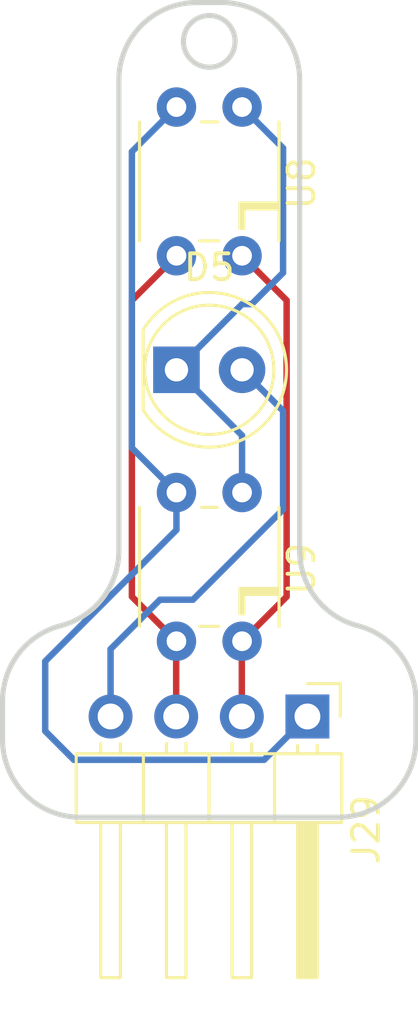
<source format=kicad_pcb>
(kicad_pcb (version 20221018) (generator pcbnew)
  (layers (0 "F.Cu" signal) (31 "B.Cu" signal) (34 "B.Paste" user) (35 "F.Paste" user) (36 "B.SilkS" user "B.Silkscreen") (37 "F.SilkS" user "F.Silkscreen") (38 "B.Mask" user) (39 "F.Mask" user) (44 "Edge.Cuts" user))
  (net 0 "")
  (net 1 "K2(-)")
  (net 2 "LED2")
  (net 3 "+5V")
  (net 4 "GND")
  (net 5 "D5")
  (footprint "_Others:S4282-51" (layer "F.Cu") (at 152.4 81.615 -90)
    (fp_text reference "U8" (at 0.075 -3.575 90) (layer "F.SilkS"))
    (fp_text value "Line_sennsor")
    (fp_line (start -2.3 -0.325) (end -2.3 0.3) (stroke (width 0.12)) (layer "F.SilkS"))
    (fp_line (start -2.3 2.7) (end 2.3 2.7) (stroke (width 0.12)) (layer "F.SilkS"))
    (fp_line (start 0 -2.7) (end -2.3 -2.7) (stroke (width 0.12)) (layer "F.SilkS"))
    (fp_line (start 2.3 -2.7) (end 0 -2.7) (stroke (width 0.12)) (layer "F.SilkS"))
    (fp_line (start 2.3 -0.375) (end 2.3 0.375) (stroke (width 0.12)) (layer "F.SilkS"))
    (fp_poly (pts (xy 1.075 -1.175) (xy 0.825 -1.175) (xy 0.825 -2.7) (xy 1.075 -2.7)) (stroke (width 0.1)) (fill solid) (layer "F.SilkS"))
    (fp_poly (pts (xy 1.825 -1.175) (xy 0.825 -1.175) (xy 0.825 -1.35) (xy 1.825 -1.35)) (stroke (width 0.1)) (fill solid) (layer "F.SilkS"))
    (pad "1" thru_hole circle (at -2.875 -1.27 270) (size 1.524 1.524) (drill 0.762) (layers "*.Cu" "*.Mask") (net 1 "K2(-)"))
    (pad "2" thru_hole circle (at -2.875 1.27 270) (size 1.524 1.524) (drill 0.762) (layers "*.Cu" "*.Mask") (net 3 "+5V"))
    (pad "3" thru_hole circle (at 2.875 1.27 270) (size 1.524 1.524) (drill 0.762) (layers "*.Cu" "*.Mask") (net 5 "D5"))
    (pad "4" thru_hole circle (at 2.875 -1.27 270) (size 1.524 1.524) (drill 0.762) (layers "*.Cu" "*.Mask") (net 4 "GND"))
  )
  (footprint "_Others:S4282-51" (layer "F.Cu") (at 152.4 96.52 -90)
    (fp_text reference "U9" (at 0.075 -3.575 90) (layer "F.SilkS"))
    (fp_text value "Line_sennsor")
    (fp_line (start -2.3 -0.325) (end -2.3 0.3) (stroke (width 0.12)) (layer "F.SilkS"))
    (fp_line (start -2.3 2.7) (end 2.3 2.7) (stroke (width 0.12)) (layer "F.SilkS"))
    (fp_line (start 0 -2.7) (end -2.3 -2.7) (stroke (width 0.12)) (layer "F.SilkS"))
    (fp_line (start 2.3 -2.7) (end 0 -2.7) (stroke (width 0.12)) (layer "F.SilkS"))
    (fp_line (start 2.3 -0.375) (end 2.3 0.375) (stroke (width 0.12)) (layer "F.SilkS"))
    (fp_poly (pts (xy 1.075 -1.175) (xy 0.825 -1.175) (xy 0.825 -2.7) (xy 1.075 -2.7)) (stroke (width 0.1)) (fill solid) (layer "F.SilkS"))
    (fp_poly (pts (xy 1.825 -1.175) (xy 0.825 -1.175) (xy 0.825 -1.35) (xy 1.825 -1.35)) (stroke (width 0.1)) (fill solid) (layer "F.SilkS"))
    (pad "1" thru_hole circle (at -2.875 -1.27 270) (size 1.524 1.524) (drill 0.762) (layers "*.Cu" "*.Mask") (net 1 "K2(-)"))
    (pad "2" thru_hole circle (at -2.875 1.27 270) (size 1.524 1.524) (drill 0.762) (layers "*.Cu" "*.Mask") (net 3 "+5V"))
    (pad "3" thru_hole circle (at 2.875 1.27 270) (size 1.524 1.524) (drill 0.762) (layers "*.Cu" "*.Mask") (net 5 "D5"))
    (pad "4" thru_hole circle (at 2.875 -1.27 270) (size 1.524 1.524) (drill 0.762) (layers "*.Cu" "*.Mask") (net 4 "GND"))
  )
  (footprint "LED_THT:LED_D5.0mm_Clear" (layer "F.Cu") (at 151.13 88.9)
    (fp_text reference "D5" (at 1.27 -3.96) (layer "F.SilkS"))
    (fp_text value "LED")
    (fp_line (start -1.29 -1.545) (end -1.29 1.545) (stroke (width 0.12)) (layer "F.SilkS"))
    (fp_arc (start -1.29 -1.54483) (mid 2.072002 -2.880433) (end 4.26 0.000462) (stroke (width 0.12)) (layer "F.SilkS"))
    (fp_arc (start 4.26 -0.000462) (mid 2.072002 2.880433) (end -1.29 1.54483) (stroke (width 0.12)) (layer "F.SilkS"))
    (fp_circle (center 1.27 0) (end 3.77 0) (stroke (width 0.12)) (fill none) (layer "F.SilkS"))
    (pad "1" thru_hole rect (at 0 0) (size 1.8 1.8) (drill 0.9) (layers "*.Cu" "*.Mask") (net 1 "K2(-)"))
    (pad "2" thru_hole circle (at 2.54 0) (size 1.8 1.8) (drill 0.9) (layers "*.Cu" "*.Mask") (net 2 "LED2"))
  )
  (footprint "Connector_PinHeader_2.54mm:PinHeader_1x04_P2.54mm_Horizontal" (layer "F.Cu") (at 156.2 102.305 -90)
    (fp_text reference "J29" (at 4.385 -2.27 90) (layer "F.SilkS"))
    (fp_text value "Conn_01x04_Socket")
    (fp_line (start -1.27 -1.27) (end 0 -1.27) (stroke (width 0.12)) (layer "F.SilkS"))
    (fp_line (start -1.27 0) (end -1.27 -1.27) (stroke (width 0.12)) (layer "F.SilkS"))
    (fp_line (start 1.042929 2.16) (end 1.44 2.16) (stroke (width 0.12)) (layer "F.SilkS"))
    (fp_line (start 1.042929 2.92) (end 1.44 2.92) (stroke (width 0.12)) (layer "F.SilkS"))
    (fp_line (start 1.042929 4.7) (end 1.44 4.7) (stroke (width 0.12)) (layer "F.SilkS"))
    (fp_line (start 1.042929 5.46) (end 1.44 5.46) (stroke (width 0.12)) (layer "F.SilkS"))
    (fp_line (start 1.042929 7.24) (end 1.44 7.24) (stroke (width 0.12)) (layer "F.SilkS"))
    (fp_line (start 1.042929 8) (end 1.44 8) (stroke (width 0.12)) (layer "F.SilkS"))
    (fp_line (start 1.11 -0.38) (end 1.44 -0.38) (stroke (width 0.12)) (layer "F.SilkS"))
    (fp_line (start 1.11 0.38) (end 1.44 0.38) (stroke (width 0.12)) (layer "F.SilkS"))
    (fp_line (start 1.44 -1.33) (end 1.44 8.95) (stroke (width 0.12)) (layer "F.SilkS"))
    (fp_line (start 1.44 1.27) (end 4.1 1.27) (stroke (width 0.12)) (layer "F.SilkS"))
    (fp_line (start 1.44 3.81) (end 4.1 3.81) (stroke (width 0.12)) (layer "F.SilkS"))
    (fp_line (start 1.44 6.35) (end 4.1 6.35) (stroke (width 0.12)) (layer "F.SilkS"))
    (fp_line (start 1.44 8.95) (end 4.1 8.95) (stroke (width 0.12)) (layer "F.SilkS"))
    (fp_line (start 4.1 -1.33) (end 1.44 -1.33) (stroke (width 0.12)) (layer "F.SilkS"))
    (fp_line (start 4.1 -0.38) (end 10.1 -0.38) (stroke (width 0.12)) (layer "F.SilkS"))
    (fp_line (start 4.1 -0.32) (end 10.1 -0.32) (stroke (width 0.12)) (layer "F.SilkS"))
    (fp_line (start 4.1 -0.2) (end 10.1 -0.2) (stroke (width 0.12)) (layer "F.SilkS"))
    (fp_line (start 4.1 -0.08) (end 10.1 -0.08) (stroke (width 0.12)) (layer "F.SilkS"))
    (fp_line (start 4.1 0.04) (end 10.1 0.04) (stroke (width 0.12)) (layer "F.SilkS"))
    (fp_line (start 4.1 0.16) (end 10.1 0.16) (stroke (width 0.12)) (layer "F.SilkS"))
    (fp_line (start 4.1 0.28) (end 10.1 0.28) (stroke (width 0.12)) (layer "F.SilkS"))
    (fp_line (start 4.1 2.16) (end 10.1 2.16) (stroke (width 0.12)) (layer "F.SilkS"))
    (fp_line (start 4.1 4.7) (end 10.1 4.7) (stroke (width 0.12)) (layer "F.SilkS"))
    (fp_line (start 4.1 7.24) (end 10.1 7.24) (stroke (width 0.12)) (layer "F.SilkS"))
    (fp_line (start 4.1 8.95) (end 4.1 -1.33) (stroke (width 0.12)) (layer "F.SilkS"))
    (fp_line (start 10.1 -0.38) (end 10.1 0.38) (stroke (width 0.12)) (layer "F.SilkS"))
    (fp_line (start 10.1 0.38) (end 4.1 0.38) (stroke (width 0.12)) (layer "F.SilkS"))
    (fp_line (start 10.1 2.16) (end 10.1 2.92) (stroke (width 0.12)) (layer "F.SilkS"))
    (fp_line (start 10.1 2.92) (end 4.1 2.92) (stroke (width 0.12)) (layer "F.SilkS"))
    (fp_line (start 10.1 4.7) (end 10.1 5.46) (stroke (width 0.12)) (layer "F.SilkS"))
    (fp_line (start 10.1 5.46) (end 4.1 5.46) (stroke (width 0.12)) (layer "F.SilkS"))
    (fp_line (start 10.1 7.24) (end 10.1 8) (stroke (width 0.12)) (layer "F.SilkS"))
    (fp_line (start 10.1 8) (end 4.1 8) (stroke (width 0.12)) (layer "F.SilkS"))
    (pad "1" thru_hole rect (at 0 0 270) (size 1.7 1.7) (drill 1) (layers "*.Cu" "*.Mask") (net 3 "+5V"))
    (pad "2" thru_hole oval (at 0 2.54 270) (size 1.7 1.7) (drill 1) (layers "*.Cu" "*.Mask") (net 4 "GND"))
    (pad "3" thru_hole oval (at 0 5.08 270) (size 1.7 1.7) (drill 1) (layers "*.Cu" "*.Mask") (net 5 "D5"))
    (pad "4" thru_hole oval (at 0 7.62 270) (size 1.7 1.7) (drill 1) (layers "*.Cu" "*.Mask") (net 2 "LED2"))
  )
  (gr_line (start 148.9 77.7) (end 148.9 95.890525) (stroke (width 0.2)) (layer "Edge.Cuts"))
  (gr_arc (start 152.9 74.7) (mid 155.02132 75.57868) (end 155.9 77.7) (stroke (width 0.2)) (layer "Edge.Cuts"))
  (gr_line (start 144.4 101.7) (end 144.4 103.200001) (stroke (width 0.2)) (layer "Edge.Cuts"))
  (gr_arc (start 148.9 95.890525) (mid 148.271707 97.72764) (end 146.65 98.795263) (stroke (width 0.2)) (layer "Edge.Cuts"))
  (gr_line (start 152.9 74.7) (end 151.9 74.7) (stroke (width 0.2)) (layer "Edge.Cuts"))
  (gr_arc (start 144.4 101.7) (mid 145.028292 99.862883) (end 146.65 98.795263) (stroke (width 0.2)) (layer "Edge.Cuts"))
  (gr_arc (start 160.4 103.200001) (mid 159.52132 105.321321) (end 157.4 106.200001) (stroke (width 0.2)) (layer "Edge.Cuts"))
  (gr_arc (start 148.9 77.7) (mid 149.77868 75.57868) (end 151.9 74.7) (stroke (width 0.2)) (layer "Edge.Cuts"))
  (gr_line (start 160.4 103.200001) (end 160.4 101.7) (stroke (width 0.2)) (layer "Edge.Cuts"))
  (gr_line (start 155.9 95.890525) (end 155.9 77.7) (stroke (width 0.2)) (layer "Edge.Cuts"))
  (gr_arc (start 158.15 98.795263) (mid 156.528291 97.727643) (end 155.9 95.890525) (stroke (width 0.2)) (layer "Edge.Cuts"))
  (gr_circle (center 152.4 76.2) (end 151.4 76.2) (stroke (width 0.2)) (fill none) (layer "Edge.Cuts"))
  (gr_arc (start 158.15 98.795263) (mid 159.771708 99.862883) (end 160.4 101.7) (stroke (width 0.2)) (layer "Edge.Cuts"))
  (gr_line (start 147.4 106.200001) (end 157.4 106.200001) (stroke (width 0.2)) (layer "Edge.Cuts"))
  (gr_arc (start 147.4 106.200001) (mid 145.27868 105.321321) (end 144.4 103.200001) (stroke (width 0.2)) (layer "Edge.Cuts"))
  (segment (start 155.257 85.147357) (end 154.044357 86.36) (width 0.25) (layer "B.Cu") (net 1))
  (segment (start 155.257 80.327) (end 155.257 85.147357) (width 0.25) (layer "B.Cu") (net 1))
  (segment (start 154.044357 86.36) (end 153.67 86.36) (width 0.25) (layer "B.Cu") (net 1))
  (segment (start 153.67 93.645) (end 153.67 91.44) (width 0.25) (layer "B.Cu") (net 1))
  (segment (start 153.67 86.36) (end 151.13 88.9) (width 0.25) (layer "B.Cu") (net 1))
  (segment (start 153.67 78.74) (end 155.257 80.327) (width 0.25) (layer "B.Cu") (net 1))
  (segment (start 153.67 91.44) (end 151.13 88.9) (width 0.25) (layer "B.Cu") (net 1))
  (segment (start 155.257 90.487) (end 155.257 94.302357) (width 0.25) (layer "B.Cu") (net 2))
  (segment (start 153.67 88.9) (end 155.257 90.487) (width 0.25) (layer "B.Cu") (net 2))
  (segment (start 151.769357 97.79) (end 150.490643 97.79) (width 0.25) (layer "B.Cu") (net 2))
  (segment (start 150.490643 97.79) (end 148.58 99.700643) (width 0.25) (layer "B.Cu") (net 2))
  (segment (start 155.257 94.302357) (end 151.769357 97.79) (width 0.25) (layer "B.Cu") (net 2))
  (segment (start 148.58 99.700643) (end 148.58 102.305) (width 0.25) (layer "B.Cu") (net 2))
  (segment (start 146.05 102.87) (end 146.05 100.171102) (width 0.25) (layer "B.Cu") (net 3))
  (segment (start 151.13 95.091102) (end 151.13 93.645) (width 0.25) (layer "B.Cu") (net 3))
  (segment (start 151.13 78.74) (end 149.405 80.465) (width 0.25) (layer "B.Cu") (net 3))
  (segment (start 147.16 103.98) (end 146.05 102.87) (width 0.25) (layer "B.Cu") (net 3))
  (segment (start 149.405 80.465) (end 149.405 91.92) (width 0.25) (layer "B.Cu") (net 3))
  (segment (start 146.05 100.171102) (end 151.13 95.091102) (width 0.25) (layer "B.Cu") (net 3))
  (segment (start 149.405 91.92) (end 151.13 93.645) (width 0.25) (layer "B.Cu") (net 3))
  (segment (start 156.2 102.305) (end 154.525 103.98) (width 0.25) (layer "B.Cu") (net 3))
  (segment (start 154.525 103.98) (end 147.16 103.98) (width 0.25) (layer "B.Cu") (net 3))
  (segment (start 155.395 86.215) (end 153.67 84.49) (width 0.25) (layer "F.Cu") (net 4))
  (segment (start 153.67 99.395) (end 155.395 97.67) (width 0.25) (layer "F.Cu") (net 4))
  (segment (start 155.395 97.67) (end 155.395 86.215) (width 0.25) (layer "F.Cu") (net 4))
  (segment (start 153.66 102.305) (end 153.66 99.405) (width 0.25) (layer "F.Cu") (net 4))
  (segment (start 153.66 99.405) (end 153.67 99.395) (width 0.25) (layer "F.Cu") (net 4))
  (segment (start 151.13 99.395) (end 149.405 97.67) (width 0.25) (layer "F.Cu") (net 5))
  (segment (start 149.405 97.67) (end 149.405 86.215) (width 0.25) (layer "F.Cu") (net 5))
  (segment (start 151.12 99.405) (end 151.13 99.395) (width 0.25) (layer "F.Cu") (net 5))
  (segment (start 149.405 86.215) (end 151.13 84.49) (width 0.25) (layer "F.Cu") (net 5))
  (segment (start 151.12 102.305) (end 151.12 99.405) (width 0.25) (layer "F.Cu") (net 5))
)
</source>
